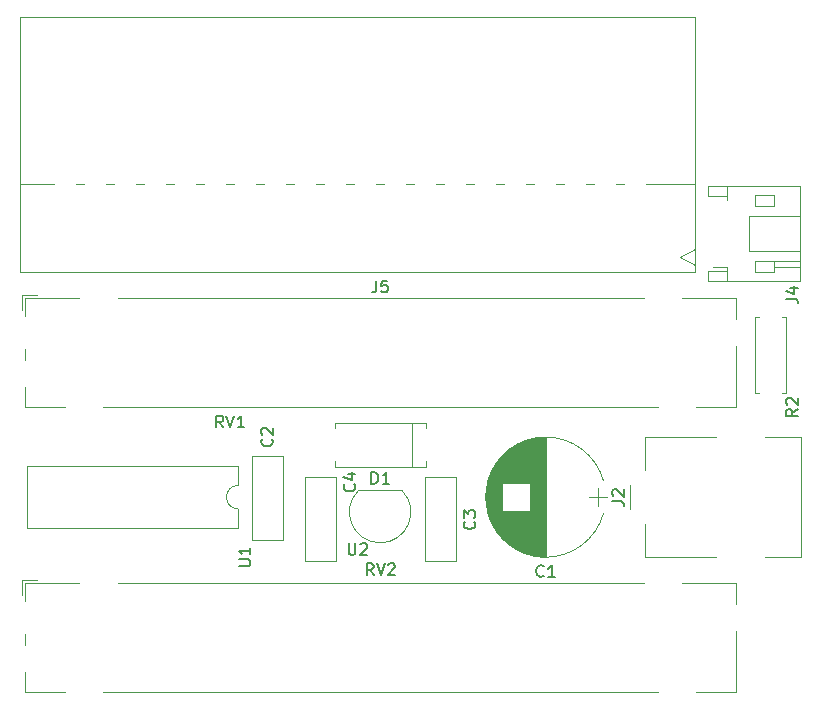
<source format=gto>
G04 #@! TF.FileFunction,Legend,Top*
%FSLAX46Y46*%
G04 Gerber Fmt 4.6, Leading zero omitted, Abs format (unit mm)*
G04 Created by KiCad (PCBNEW 4.0.7) date Monday, September 03, 2018 'PMt' 09:42:47 PM*
%MOMM*%
%LPD*%
G01*
G04 APERTURE LIST*
%ADD10C,0.100000*%
%ADD11C,0.120000*%
%ADD12C,0.150000*%
G04 APERTURE END LIST*
D10*
D11*
X158971563Y-113143264D02*
G75*
G03X168769357Y-113140000I4898437J1383264D01*
G01*
X158971563Y-110376736D02*
G75*
G02X168769357Y-110380000I4898437J-1383264D01*
G01*
X158971563Y-110376736D02*
G75*
G03X158970643Y-113140000I4898437J-1383264D01*
G01*
X163870000Y-116810000D02*
X163870000Y-106710000D01*
X163830000Y-116810000D02*
X163830000Y-106710000D01*
X163790000Y-116810000D02*
X163790000Y-106710000D01*
X163750000Y-116809000D02*
X163750000Y-106711000D01*
X163710000Y-116808000D02*
X163710000Y-106712000D01*
X163670000Y-116807000D02*
X163670000Y-106713000D01*
X163630000Y-116805000D02*
X163630000Y-106715000D01*
X163590000Y-116803000D02*
X163590000Y-106717000D01*
X163550000Y-116800000D02*
X163550000Y-106720000D01*
X163510000Y-116798000D02*
X163510000Y-106722000D01*
X163470000Y-116795000D02*
X163470000Y-106725000D01*
X163430000Y-116791000D02*
X163430000Y-106729000D01*
X163390000Y-116788000D02*
X163390000Y-106732000D01*
X163350000Y-116784000D02*
X163350000Y-106736000D01*
X163310000Y-116780000D02*
X163310000Y-106740000D01*
X163270000Y-116775000D02*
X163270000Y-106745000D01*
X163230000Y-116770000D02*
X163230000Y-106750000D01*
X163190000Y-116765000D02*
X163190000Y-106755000D01*
X163149000Y-116759000D02*
X163149000Y-106761000D01*
X163109000Y-116753000D02*
X163109000Y-106767000D01*
X163069000Y-116747000D02*
X163069000Y-106773000D01*
X163029000Y-116741000D02*
X163029000Y-106779000D01*
X162989000Y-116734000D02*
X162989000Y-106786000D01*
X162949000Y-116727000D02*
X162949000Y-106793000D01*
X162909000Y-116719000D02*
X162909000Y-106801000D01*
X162869000Y-116711000D02*
X162869000Y-106809000D01*
X162829000Y-116703000D02*
X162829000Y-106817000D01*
X162789000Y-116695000D02*
X162789000Y-106825000D01*
X162749000Y-116686000D02*
X162749000Y-106834000D01*
X162709000Y-116677000D02*
X162709000Y-106843000D01*
X162669000Y-116667000D02*
X162669000Y-106853000D01*
X162629000Y-116657000D02*
X162629000Y-106863000D01*
X162589000Y-116647000D02*
X162589000Y-106873000D01*
X162549000Y-116636000D02*
X162549000Y-112941000D01*
X162549000Y-110579000D02*
X162549000Y-106884000D01*
X162509000Y-116625000D02*
X162509000Y-112941000D01*
X162509000Y-110579000D02*
X162509000Y-106895000D01*
X162469000Y-116614000D02*
X162469000Y-112941000D01*
X162469000Y-110579000D02*
X162469000Y-106906000D01*
X162429000Y-116603000D02*
X162429000Y-112941000D01*
X162429000Y-110579000D02*
X162429000Y-106917000D01*
X162389000Y-116591000D02*
X162389000Y-112941000D01*
X162389000Y-110579000D02*
X162389000Y-106929000D01*
X162349000Y-116578000D02*
X162349000Y-112941000D01*
X162349000Y-110579000D02*
X162349000Y-106942000D01*
X162309000Y-116566000D02*
X162309000Y-112941000D01*
X162309000Y-110579000D02*
X162309000Y-106954000D01*
X162269000Y-116552000D02*
X162269000Y-112941000D01*
X162269000Y-110579000D02*
X162269000Y-106968000D01*
X162229000Y-116539000D02*
X162229000Y-112941000D01*
X162229000Y-110579000D02*
X162229000Y-106981000D01*
X162189000Y-116525000D02*
X162189000Y-112941000D01*
X162189000Y-110579000D02*
X162189000Y-106995000D01*
X162149000Y-116511000D02*
X162149000Y-112941000D01*
X162149000Y-110579000D02*
X162149000Y-107009000D01*
X162109000Y-116497000D02*
X162109000Y-112941000D01*
X162109000Y-110579000D02*
X162109000Y-107023000D01*
X162069000Y-116482000D02*
X162069000Y-112941000D01*
X162069000Y-110579000D02*
X162069000Y-107038000D01*
X162029000Y-116466000D02*
X162029000Y-112941000D01*
X162029000Y-110579000D02*
X162029000Y-107054000D01*
X161989000Y-116451000D02*
X161989000Y-112941000D01*
X161989000Y-110579000D02*
X161989000Y-107069000D01*
X161949000Y-116434000D02*
X161949000Y-112941000D01*
X161949000Y-110579000D02*
X161949000Y-107086000D01*
X161909000Y-116418000D02*
X161909000Y-112941000D01*
X161909000Y-110579000D02*
X161909000Y-107102000D01*
X161869000Y-116401000D02*
X161869000Y-112941000D01*
X161869000Y-110579000D02*
X161869000Y-107119000D01*
X161829000Y-116384000D02*
X161829000Y-112941000D01*
X161829000Y-110579000D02*
X161829000Y-107136000D01*
X161789000Y-116366000D02*
X161789000Y-112941000D01*
X161789000Y-110579000D02*
X161789000Y-107154000D01*
X161749000Y-116348000D02*
X161749000Y-112941000D01*
X161749000Y-110579000D02*
X161749000Y-107172000D01*
X161709000Y-116329000D02*
X161709000Y-112941000D01*
X161709000Y-110579000D02*
X161709000Y-107191000D01*
X161669000Y-116310000D02*
X161669000Y-112941000D01*
X161669000Y-110579000D02*
X161669000Y-107210000D01*
X161629000Y-116291000D02*
X161629000Y-112941000D01*
X161629000Y-110579000D02*
X161629000Y-107229000D01*
X161589000Y-116271000D02*
X161589000Y-112941000D01*
X161589000Y-110579000D02*
X161589000Y-107249000D01*
X161549000Y-116251000D02*
X161549000Y-112941000D01*
X161549000Y-110579000D02*
X161549000Y-107269000D01*
X161509000Y-116230000D02*
X161509000Y-112941000D01*
X161509000Y-110579000D02*
X161509000Y-107290000D01*
X161469000Y-116209000D02*
X161469000Y-112941000D01*
X161469000Y-110579000D02*
X161469000Y-107311000D01*
X161429000Y-116188000D02*
X161429000Y-112941000D01*
X161429000Y-110579000D02*
X161429000Y-107332000D01*
X161389000Y-116165000D02*
X161389000Y-112941000D01*
X161389000Y-110579000D02*
X161389000Y-107355000D01*
X161349000Y-116143000D02*
X161349000Y-112941000D01*
X161349000Y-110579000D02*
X161349000Y-107377000D01*
X161309000Y-116120000D02*
X161309000Y-112941000D01*
X161309000Y-110579000D02*
X161309000Y-107400000D01*
X161269000Y-116096000D02*
X161269000Y-112941000D01*
X161269000Y-110579000D02*
X161269000Y-107424000D01*
X161229000Y-116072000D02*
X161229000Y-112941000D01*
X161229000Y-110579000D02*
X161229000Y-107448000D01*
X161189000Y-116048000D02*
X161189000Y-112941000D01*
X161189000Y-110579000D02*
X161189000Y-107472000D01*
X161149000Y-116023000D02*
X161149000Y-112941000D01*
X161149000Y-110579000D02*
X161149000Y-107497000D01*
X161109000Y-115997000D02*
X161109000Y-112941000D01*
X161109000Y-110579000D02*
X161109000Y-107523000D01*
X161069000Y-115971000D02*
X161069000Y-112941000D01*
X161069000Y-110579000D02*
X161069000Y-107549000D01*
X161029000Y-115945000D02*
X161029000Y-112941000D01*
X161029000Y-110579000D02*
X161029000Y-107575000D01*
X160989000Y-115917000D02*
X160989000Y-112941000D01*
X160989000Y-110579000D02*
X160989000Y-107603000D01*
X160949000Y-115890000D02*
X160949000Y-112941000D01*
X160949000Y-110579000D02*
X160949000Y-107630000D01*
X160909000Y-115861000D02*
X160909000Y-112941000D01*
X160909000Y-110579000D02*
X160909000Y-107659000D01*
X160869000Y-115832000D02*
X160869000Y-112941000D01*
X160869000Y-110579000D02*
X160869000Y-107688000D01*
X160829000Y-115803000D02*
X160829000Y-112941000D01*
X160829000Y-110579000D02*
X160829000Y-107717000D01*
X160789000Y-115773000D02*
X160789000Y-112941000D01*
X160789000Y-110579000D02*
X160789000Y-107747000D01*
X160749000Y-115742000D02*
X160749000Y-112941000D01*
X160749000Y-110579000D02*
X160749000Y-107778000D01*
X160709000Y-115711000D02*
X160709000Y-112941000D01*
X160709000Y-110579000D02*
X160709000Y-107809000D01*
X160669000Y-115679000D02*
X160669000Y-112941000D01*
X160669000Y-110579000D02*
X160669000Y-107841000D01*
X160629000Y-115646000D02*
X160629000Y-112941000D01*
X160629000Y-110579000D02*
X160629000Y-107874000D01*
X160589000Y-115613000D02*
X160589000Y-112941000D01*
X160589000Y-110579000D02*
X160589000Y-107907000D01*
X160549000Y-115579000D02*
X160549000Y-112941000D01*
X160549000Y-110579000D02*
X160549000Y-107941000D01*
X160509000Y-115544000D02*
X160509000Y-112941000D01*
X160509000Y-110579000D02*
X160509000Y-107976000D01*
X160469000Y-115508000D02*
X160469000Y-112941000D01*
X160469000Y-110579000D02*
X160469000Y-108012000D01*
X160429000Y-115472000D02*
X160429000Y-112941000D01*
X160429000Y-110579000D02*
X160429000Y-108048000D01*
X160389000Y-115435000D02*
X160389000Y-112941000D01*
X160389000Y-110579000D02*
X160389000Y-108085000D01*
X160349000Y-115397000D02*
X160349000Y-112941000D01*
X160349000Y-110579000D02*
X160349000Y-108123000D01*
X160309000Y-115358000D02*
X160309000Y-112941000D01*
X160309000Y-110579000D02*
X160309000Y-108162000D01*
X160269000Y-115319000D02*
X160269000Y-112941000D01*
X160269000Y-110579000D02*
X160269000Y-108201000D01*
X160229000Y-115278000D02*
X160229000Y-112941000D01*
X160229000Y-110579000D02*
X160229000Y-108242000D01*
X160189000Y-115237000D02*
X160189000Y-108283000D01*
X160149000Y-115195000D02*
X160149000Y-108325000D01*
X160109000Y-115151000D02*
X160109000Y-108369000D01*
X160069000Y-115107000D02*
X160069000Y-108413000D01*
X160029000Y-115062000D02*
X160029000Y-108458000D01*
X159989000Y-115015000D02*
X159989000Y-108505000D01*
X159949000Y-114967000D02*
X159949000Y-108553000D01*
X159909000Y-114918000D02*
X159909000Y-108602000D01*
X159869000Y-114868000D02*
X159869000Y-108652000D01*
X159829000Y-114817000D02*
X159829000Y-108703000D01*
X159789000Y-114764000D02*
X159789000Y-108756000D01*
X159749000Y-114709000D02*
X159749000Y-108811000D01*
X159709000Y-114654000D02*
X159709000Y-108866000D01*
X159669000Y-114596000D02*
X159669000Y-108924000D01*
X159629000Y-114537000D02*
X159629000Y-108983000D01*
X159589000Y-114475000D02*
X159589000Y-109045000D01*
X159549000Y-114412000D02*
X159549000Y-109108000D01*
X159509000Y-114347000D02*
X159509000Y-109173000D01*
X159469000Y-114279000D02*
X159469000Y-109241000D01*
X159429000Y-114209000D02*
X159429000Y-109311000D01*
X159389000Y-114137000D02*
X159389000Y-109383000D01*
X159349000Y-114061000D02*
X159349000Y-109459000D01*
X159309000Y-113982000D02*
X159309000Y-109538000D01*
X159269000Y-113900000D02*
X159269000Y-109620000D01*
X159229000Y-113813000D02*
X159229000Y-109707000D01*
X159189000Y-113722000D02*
X159189000Y-109798000D01*
X159149000Y-113626000D02*
X159149000Y-109894000D01*
X159109000Y-113523000D02*
X159109000Y-109997000D01*
X159069000Y-113414000D02*
X159069000Y-110106000D01*
X159029000Y-113296000D02*
X159029000Y-110224000D01*
X158989000Y-113167000D02*
X158989000Y-110353000D01*
X158949000Y-113025000D02*
X158949000Y-110495000D01*
X158909000Y-112864000D02*
X158909000Y-110656000D01*
X158869000Y-112673000D02*
X158869000Y-110847000D01*
X158829000Y-112432000D02*
X158829000Y-111088000D01*
X158789000Y-112039000D02*
X158789000Y-111481000D01*
X169070000Y-111760000D02*
X167570000Y-111760000D01*
X168320000Y-112510000D02*
X168320000Y-111010000D01*
X139025000Y-115360000D02*
X139025000Y-108240000D01*
X141645000Y-115360000D02*
X141645000Y-108240000D01*
X139025000Y-115360000D02*
X141645000Y-115360000D01*
X139025000Y-108240000D02*
X141645000Y-108240000D01*
X156250000Y-110065000D02*
X156250000Y-117185000D01*
X153630000Y-110065000D02*
X153630000Y-117185000D01*
X156250000Y-110065000D02*
X153630000Y-110065000D01*
X156250000Y-117185000D02*
X153630000Y-117185000D01*
X146090000Y-110065000D02*
X146090000Y-117185000D01*
X143470000Y-110065000D02*
X143470000Y-117185000D01*
X146090000Y-110065000D02*
X143470000Y-110065000D01*
X146090000Y-117185000D02*
X143470000Y-117185000D01*
X153720000Y-108695000D02*
X153720000Y-109175000D01*
X153720000Y-109175000D02*
X146000000Y-109175000D01*
X146000000Y-109175000D02*
X146000000Y-108695000D01*
X153720000Y-105935000D02*
X153720000Y-105455000D01*
X153720000Y-105455000D02*
X146000000Y-105455000D01*
X146000000Y-105455000D02*
X146000000Y-105935000D01*
X152520000Y-109175000D02*
X152520000Y-105455000D01*
X178305000Y-116870000D02*
X172245000Y-116870000D01*
X172245000Y-116870000D02*
X172245000Y-114060000D01*
X172245000Y-109460000D02*
X172245000Y-106650000D01*
X172245000Y-106650000D02*
X178305000Y-106650000D01*
X182405000Y-106650000D02*
X185465000Y-106650000D01*
X185465000Y-106650000D02*
X185465000Y-116870000D01*
X185465000Y-116870000D02*
X182405000Y-116870000D01*
X171055000Y-112760000D02*
X171055000Y-110760000D01*
X185420000Y-90940000D02*
X181070000Y-90940000D01*
X181070000Y-90940000D02*
X181070000Y-87940000D01*
X181070000Y-87940000D02*
X185420000Y-87940000D01*
X179220000Y-92240000D02*
X179220000Y-92590000D01*
X179220000Y-92590000D02*
X177620000Y-92590000D01*
X177620000Y-92590000D02*
X177620000Y-93490000D01*
X177620000Y-93490000D02*
X185420000Y-93490000D01*
X185420000Y-93490000D02*
X185420000Y-85390000D01*
X185420000Y-85390000D02*
X177620000Y-85390000D01*
X177620000Y-85390000D02*
X177620000Y-86290000D01*
X177620000Y-86290000D02*
X179220000Y-86290000D01*
X179220000Y-86290000D02*
X179220000Y-86640000D01*
X179220000Y-93490000D02*
X179220000Y-92590000D01*
X179220000Y-85390000D02*
X179220000Y-86290000D01*
X181570000Y-92740000D02*
X183170000Y-92740000D01*
X183170000Y-92740000D02*
X183170000Y-91740000D01*
X183170000Y-91740000D02*
X181570000Y-91740000D01*
X181570000Y-91740000D02*
X181570000Y-92740000D01*
X181570000Y-86140000D02*
X183170000Y-86140000D01*
X183170000Y-86140000D02*
X183170000Y-87140000D01*
X183170000Y-87140000D02*
X181570000Y-87140000D01*
X181570000Y-87140000D02*
X181570000Y-86140000D01*
X183170000Y-91740000D02*
X185420000Y-91740000D01*
X183170000Y-92240000D02*
X185420000Y-92240000D01*
X179220000Y-92240000D02*
X178020000Y-92240000D01*
X181900000Y-102905000D02*
X181570000Y-102905000D01*
X181570000Y-102905000D02*
X181570000Y-96485000D01*
X181570000Y-96485000D02*
X181900000Y-96485000D01*
X183860000Y-102905000D02*
X184190000Y-102905000D01*
X184190000Y-102905000D02*
X184190000Y-96485000D01*
X184190000Y-96485000D02*
X183860000Y-96485000D01*
X137855000Y-112760000D02*
G75*
G02X137855000Y-110760000I0J1000000D01*
G01*
X137855000Y-110760000D02*
X137855000Y-109110000D01*
X137855000Y-109110000D02*
X119955000Y-109110000D01*
X119955000Y-109110000D02*
X119955000Y-114410000D01*
X119955000Y-114410000D02*
X137855000Y-114410000D01*
X137855000Y-114410000D02*
X137855000Y-112760000D01*
X151660000Y-111180000D02*
X148060000Y-111180000D01*
X151698478Y-111191522D02*
G75*
G02X149860000Y-115630000I-1838478J-1838478D01*
G01*
X148021522Y-111191522D02*
G75*
G03X149860000Y-115630000I1838478J-1838478D01*
G01*
X176520000Y-92140000D02*
X175220000Y-91440000D01*
X175220000Y-91440000D02*
X176520000Y-90740000D01*
X176520000Y-92730000D02*
X176520000Y-71120000D01*
X176520000Y-71120000D02*
X119390000Y-71120000D01*
X119390000Y-71120000D02*
X119390000Y-92730000D01*
X119390000Y-92730000D02*
X176520000Y-92730000D01*
X176520000Y-85240000D02*
X172409000Y-85240000D01*
X170490000Y-85240000D02*
X169869000Y-85240000D01*
X167950000Y-85240000D02*
X167329000Y-85240000D01*
X165410000Y-85240000D02*
X164789000Y-85240000D01*
X162870000Y-85240000D02*
X162249000Y-85240000D01*
X160330000Y-85240000D02*
X159709000Y-85240000D01*
X157790000Y-85240000D02*
X157169000Y-85240000D01*
X155250000Y-85240000D02*
X154629000Y-85240000D01*
X152710000Y-85240000D02*
X152089000Y-85240000D01*
X150170000Y-85240000D02*
X149549000Y-85240000D01*
X147630000Y-85240000D02*
X147009000Y-85240000D01*
X145090000Y-85240000D02*
X144469000Y-85240000D01*
X142550000Y-85240000D02*
X141929000Y-85240000D01*
X140010000Y-85240000D02*
X139389000Y-85240000D01*
X137470000Y-85240000D02*
X136849000Y-85240000D01*
X134930000Y-85240000D02*
X134309000Y-85240000D01*
X132390000Y-85240000D02*
X131769000Y-85240000D01*
X129850000Y-85240000D02*
X129229000Y-85240000D01*
X127310000Y-85240000D02*
X126689000Y-85240000D01*
X124770000Y-85240000D02*
X124149000Y-85240000D01*
X122230000Y-85240000D02*
X119390000Y-85240000D01*
X119780000Y-94920000D02*
X124365000Y-94920000D01*
X127636000Y-94920000D02*
X172165000Y-94920000D01*
X175436000Y-94920000D02*
X180020000Y-94920000D01*
X119780000Y-104160000D02*
X123165000Y-104160000D01*
X126436000Y-104160000D02*
X173365000Y-104160000D01*
X176636000Y-104160000D02*
X180020000Y-104160000D01*
X119780000Y-94920000D02*
X119780000Y-96390000D01*
X119780000Y-99190000D02*
X119780000Y-100138000D01*
X119780000Y-102443000D02*
X119780000Y-104160000D01*
X180020000Y-94920000D02*
X180020000Y-96637000D01*
X180020000Y-98943000D02*
X180020000Y-104160000D01*
X119540000Y-95920000D02*
X119540000Y-94680000D01*
X119540000Y-94680000D02*
X120780000Y-94680000D01*
X119780000Y-119050000D02*
X124365000Y-119050000D01*
X127636000Y-119050000D02*
X172165000Y-119050000D01*
X175436000Y-119050000D02*
X180020000Y-119050000D01*
X119780000Y-128290000D02*
X123165000Y-128290000D01*
X126436000Y-128290000D02*
X173365000Y-128290000D01*
X176636000Y-128290000D02*
X180020000Y-128290000D01*
X119780000Y-119050000D02*
X119780000Y-120520000D01*
X119780000Y-123320000D02*
X119780000Y-124268000D01*
X119780000Y-126573000D02*
X119780000Y-128290000D01*
X180020000Y-119050000D02*
X180020000Y-120767000D01*
X180020000Y-123073000D02*
X180020000Y-128290000D01*
X119540000Y-120050000D02*
X119540000Y-118810000D01*
X119540000Y-118810000D02*
X120780000Y-118810000D01*
D12*
X163703334Y-118427143D02*
X163655715Y-118474762D01*
X163512858Y-118522381D01*
X163417620Y-118522381D01*
X163274762Y-118474762D01*
X163179524Y-118379524D01*
X163131905Y-118284286D01*
X163084286Y-118093810D01*
X163084286Y-117950952D01*
X163131905Y-117760476D01*
X163179524Y-117665238D01*
X163274762Y-117570000D01*
X163417620Y-117522381D01*
X163512858Y-117522381D01*
X163655715Y-117570000D01*
X163703334Y-117617619D01*
X164655715Y-118522381D02*
X164084286Y-118522381D01*
X164370000Y-118522381D02*
X164370000Y-117522381D01*
X164274762Y-117665238D01*
X164179524Y-117760476D01*
X164084286Y-117808095D01*
X140692143Y-106846666D02*
X140739762Y-106894285D01*
X140787381Y-107037142D01*
X140787381Y-107132380D01*
X140739762Y-107275238D01*
X140644524Y-107370476D01*
X140549286Y-107418095D01*
X140358810Y-107465714D01*
X140215952Y-107465714D01*
X140025476Y-107418095D01*
X139930238Y-107370476D01*
X139835000Y-107275238D01*
X139787381Y-107132380D01*
X139787381Y-107037142D01*
X139835000Y-106894285D01*
X139882619Y-106846666D01*
X139882619Y-106465714D02*
X139835000Y-106418095D01*
X139787381Y-106322857D01*
X139787381Y-106084761D01*
X139835000Y-105989523D01*
X139882619Y-105941904D01*
X139977857Y-105894285D01*
X140073095Y-105894285D01*
X140215952Y-105941904D01*
X140787381Y-106513333D01*
X140787381Y-105894285D01*
X157837143Y-113831666D02*
X157884762Y-113879285D01*
X157932381Y-114022142D01*
X157932381Y-114117380D01*
X157884762Y-114260238D01*
X157789524Y-114355476D01*
X157694286Y-114403095D01*
X157503810Y-114450714D01*
X157360952Y-114450714D01*
X157170476Y-114403095D01*
X157075238Y-114355476D01*
X156980000Y-114260238D01*
X156932381Y-114117380D01*
X156932381Y-114022142D01*
X156980000Y-113879285D01*
X157027619Y-113831666D01*
X156932381Y-113498333D02*
X156932381Y-112879285D01*
X157313333Y-113212619D01*
X157313333Y-113069761D01*
X157360952Y-112974523D01*
X157408571Y-112926904D01*
X157503810Y-112879285D01*
X157741905Y-112879285D01*
X157837143Y-112926904D01*
X157884762Y-112974523D01*
X157932381Y-113069761D01*
X157932381Y-113355476D01*
X157884762Y-113450714D01*
X157837143Y-113498333D01*
X147677143Y-110656666D02*
X147724762Y-110704285D01*
X147772381Y-110847142D01*
X147772381Y-110942380D01*
X147724762Y-111085238D01*
X147629524Y-111180476D01*
X147534286Y-111228095D01*
X147343810Y-111275714D01*
X147200952Y-111275714D01*
X147010476Y-111228095D01*
X146915238Y-111180476D01*
X146820000Y-111085238D01*
X146772381Y-110942380D01*
X146772381Y-110847142D01*
X146820000Y-110704285D01*
X146867619Y-110656666D01*
X147105714Y-109799523D02*
X147772381Y-109799523D01*
X146724762Y-110037619D02*
X147439048Y-110275714D01*
X147439048Y-109656666D01*
X149121905Y-110627381D02*
X149121905Y-109627381D01*
X149360000Y-109627381D01*
X149502858Y-109675000D01*
X149598096Y-109770238D01*
X149645715Y-109865476D01*
X149693334Y-110055952D01*
X149693334Y-110198810D01*
X149645715Y-110389286D01*
X149598096Y-110484524D01*
X149502858Y-110579762D01*
X149360000Y-110627381D01*
X149121905Y-110627381D01*
X150645715Y-110627381D02*
X150074286Y-110627381D01*
X150360000Y-110627381D02*
X150360000Y-109627381D01*
X150264762Y-109770238D01*
X150169524Y-109865476D01*
X150074286Y-109913095D01*
X169507381Y-112093333D02*
X170221667Y-112093333D01*
X170364524Y-112140953D01*
X170459762Y-112236191D01*
X170507381Y-112379048D01*
X170507381Y-112474286D01*
X169602619Y-111664762D02*
X169555000Y-111617143D01*
X169507381Y-111521905D01*
X169507381Y-111283809D01*
X169555000Y-111188571D01*
X169602619Y-111140952D01*
X169697857Y-111093333D01*
X169793095Y-111093333D01*
X169935952Y-111140952D01*
X170507381Y-111712381D01*
X170507381Y-111093333D01*
X184237381Y-94948333D02*
X184951667Y-94948333D01*
X185094524Y-94995953D01*
X185189762Y-95091191D01*
X185237381Y-95234048D01*
X185237381Y-95329286D01*
X184570714Y-94043571D02*
X185237381Y-94043571D01*
X184189762Y-94281667D02*
X184904048Y-94519762D01*
X184904048Y-93900714D01*
X185237381Y-104306666D02*
X184761190Y-104640000D01*
X185237381Y-104878095D02*
X184237381Y-104878095D01*
X184237381Y-104497142D01*
X184285000Y-104401904D01*
X184332619Y-104354285D01*
X184427857Y-104306666D01*
X184570714Y-104306666D01*
X184665952Y-104354285D01*
X184713571Y-104401904D01*
X184761190Y-104497142D01*
X184761190Y-104878095D01*
X184332619Y-103925714D02*
X184285000Y-103878095D01*
X184237381Y-103782857D01*
X184237381Y-103544761D01*
X184285000Y-103449523D01*
X184332619Y-103401904D01*
X184427857Y-103354285D01*
X184523095Y-103354285D01*
X184665952Y-103401904D01*
X185237381Y-103973333D01*
X185237381Y-103354285D01*
X137882381Y-117601905D02*
X138691905Y-117601905D01*
X138787143Y-117554286D01*
X138834762Y-117506667D01*
X138882381Y-117411429D01*
X138882381Y-117220952D01*
X138834762Y-117125714D01*
X138787143Y-117078095D01*
X138691905Y-117030476D01*
X137882381Y-117030476D01*
X138882381Y-116030476D02*
X138882381Y-116601905D01*
X138882381Y-116316191D02*
X137882381Y-116316191D01*
X138025238Y-116411429D01*
X138120476Y-116506667D01*
X138168095Y-116601905D01*
X147193095Y-115657381D02*
X147193095Y-116466905D01*
X147240714Y-116562143D01*
X147288333Y-116609762D01*
X147383571Y-116657381D01*
X147574048Y-116657381D01*
X147669286Y-116609762D01*
X147716905Y-116562143D01*
X147764524Y-116466905D01*
X147764524Y-115657381D01*
X148193095Y-115752619D02*
X148240714Y-115705000D01*
X148335952Y-115657381D01*
X148574048Y-115657381D01*
X148669286Y-115705000D01*
X148716905Y-115752619D01*
X148764524Y-115847857D01*
X148764524Y-115943095D01*
X148716905Y-116085952D01*
X148145476Y-116657381D01*
X148764524Y-116657381D01*
X149526667Y-93432381D02*
X149526667Y-94146667D01*
X149479047Y-94289524D01*
X149383809Y-94384762D01*
X149240952Y-94432381D01*
X149145714Y-94432381D01*
X150479048Y-93432381D02*
X150002857Y-93432381D01*
X149955238Y-93908571D01*
X150002857Y-93860952D01*
X150098095Y-93813333D01*
X150336191Y-93813333D01*
X150431429Y-93860952D01*
X150479048Y-93908571D01*
X150526667Y-94003810D01*
X150526667Y-94241905D01*
X150479048Y-94337143D01*
X150431429Y-94384762D01*
X150336191Y-94432381D01*
X150098095Y-94432381D01*
X150002857Y-94384762D01*
X149955238Y-94337143D01*
X136564762Y-105862381D02*
X136231428Y-105386190D01*
X135993333Y-105862381D02*
X135993333Y-104862381D01*
X136374286Y-104862381D01*
X136469524Y-104910000D01*
X136517143Y-104957619D01*
X136564762Y-105052857D01*
X136564762Y-105195714D01*
X136517143Y-105290952D01*
X136469524Y-105338571D01*
X136374286Y-105386190D01*
X135993333Y-105386190D01*
X136850476Y-104862381D02*
X137183809Y-105862381D01*
X137517143Y-104862381D01*
X138374286Y-105862381D02*
X137802857Y-105862381D01*
X138088571Y-105862381D02*
X138088571Y-104862381D01*
X137993333Y-105005238D01*
X137898095Y-105100476D01*
X137802857Y-105148095D01*
X149304762Y-118372381D02*
X148971428Y-117896190D01*
X148733333Y-118372381D02*
X148733333Y-117372381D01*
X149114286Y-117372381D01*
X149209524Y-117420000D01*
X149257143Y-117467619D01*
X149304762Y-117562857D01*
X149304762Y-117705714D01*
X149257143Y-117800952D01*
X149209524Y-117848571D01*
X149114286Y-117896190D01*
X148733333Y-117896190D01*
X149590476Y-117372381D02*
X149923809Y-118372381D01*
X150257143Y-117372381D01*
X150542857Y-117467619D02*
X150590476Y-117420000D01*
X150685714Y-117372381D01*
X150923810Y-117372381D01*
X151019048Y-117420000D01*
X151066667Y-117467619D01*
X151114286Y-117562857D01*
X151114286Y-117658095D01*
X151066667Y-117800952D01*
X150495238Y-118372381D01*
X151114286Y-118372381D01*
M02*

</source>
